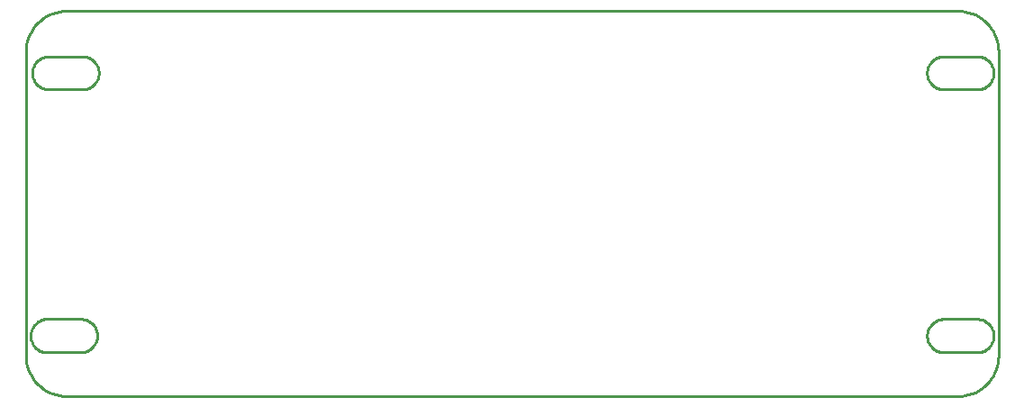
<source format=gbr>
G04 EAGLE Gerber RS-274X export*
G75*
%MOMM*%
%FSLAX34Y34*%
%LPD*%
%IN*%
%IPPOS*%
%AMOC8*
5,1,8,0,0,1.08239X$1,22.5*%
G01*
%ADD10C,0.254000*%


D10*
X6350Y12700D02*
X6495Y9379D01*
X6929Y6084D01*
X7648Y2839D01*
X8648Y-331D01*
X9920Y-3402D01*
X11454Y-6350D01*
X13240Y-9153D01*
X15264Y-11790D01*
X17509Y-14241D01*
X19960Y-16486D01*
X22597Y-18510D01*
X25400Y-20296D01*
X28348Y-21830D01*
X31419Y-23102D01*
X34589Y-24102D01*
X37834Y-24821D01*
X41129Y-25255D01*
X44450Y-25400D01*
X882650Y-25400D01*
X885971Y-25255D01*
X889266Y-24821D01*
X892511Y-24102D01*
X895681Y-23102D01*
X898752Y-21830D01*
X901700Y-20296D01*
X904503Y-18510D01*
X907140Y-16486D01*
X909591Y-14241D01*
X911836Y-11790D01*
X913860Y-9153D01*
X915646Y-6350D01*
X917180Y-3402D01*
X918452Y-331D01*
X919452Y2839D01*
X920171Y6084D01*
X920605Y9379D01*
X920750Y12700D01*
X920750Y298450D01*
X920605Y301771D01*
X920171Y305066D01*
X919452Y308311D01*
X918452Y311481D01*
X917180Y314552D01*
X915646Y317500D01*
X913860Y320303D01*
X911836Y322940D01*
X909591Y325391D01*
X907140Y327636D01*
X904503Y329660D01*
X901700Y331446D01*
X898752Y332980D01*
X895681Y334252D01*
X892511Y335252D01*
X889266Y335971D01*
X885971Y336405D01*
X882650Y336550D01*
X44450Y336550D01*
X41129Y336405D01*
X37834Y335971D01*
X34589Y335252D01*
X31419Y334252D01*
X28348Y332980D01*
X25400Y331446D01*
X22597Y329660D01*
X19960Y327636D01*
X17509Y325391D01*
X15264Y322940D01*
X13240Y320303D01*
X11454Y317500D01*
X9920Y314552D01*
X8648Y311481D01*
X7648Y308311D01*
X6929Y305066D01*
X6495Y301771D01*
X6350Y298450D01*
X6350Y12700D01*
X869306Y15635D02*
X900576Y15635D01*
X901939Y15695D01*
X903291Y15873D01*
X904623Y16168D01*
X905924Y16578D01*
X907184Y17100D01*
X908394Y17730D01*
X909544Y18463D01*
X910626Y19293D01*
X911632Y20214D01*
X912553Y21220D01*
X913383Y22302D01*
X914116Y23453D01*
X914746Y24662D01*
X915268Y25923D01*
X915678Y27223D01*
X915973Y28555D01*
X916152Y29907D01*
X916211Y31270D01*
X916152Y32633D01*
X915973Y33985D01*
X915678Y35317D01*
X915268Y36618D01*
X914746Y37878D01*
X914116Y39088D01*
X913383Y40238D01*
X912553Y41320D01*
X911632Y42326D01*
X910626Y43247D01*
X909544Y44077D01*
X908394Y44810D01*
X907184Y45440D01*
X905924Y45962D01*
X904623Y46372D01*
X903291Y46667D01*
X901939Y46846D01*
X900576Y46905D01*
X869306Y46905D01*
X867943Y46846D01*
X866591Y46667D01*
X865259Y46372D01*
X863959Y45962D01*
X862698Y45440D01*
X861489Y44810D01*
X860338Y44077D01*
X859256Y43247D01*
X858250Y42326D01*
X857329Y41320D01*
X856499Y40238D01*
X855766Y39088D01*
X855136Y37878D01*
X854614Y36618D01*
X854204Y35317D01*
X853909Y33985D01*
X853731Y32633D01*
X853671Y31270D01*
X853731Y29907D01*
X853909Y28555D01*
X854204Y27223D01*
X854614Y25923D01*
X855136Y24662D01*
X855766Y23453D01*
X856499Y22302D01*
X857329Y21220D01*
X858250Y20214D01*
X859256Y19293D01*
X860338Y18463D01*
X861489Y17730D01*
X862698Y17100D01*
X863959Y16578D01*
X865259Y16168D01*
X866591Y15873D01*
X867943Y15695D01*
X869306Y15635D01*
X869306Y262668D02*
X900576Y262668D01*
X901939Y262728D01*
X903291Y262906D01*
X904623Y263201D01*
X905924Y263611D01*
X907184Y264133D01*
X908394Y264763D01*
X909544Y265496D01*
X910626Y266326D01*
X911632Y267247D01*
X912553Y268253D01*
X913383Y269335D01*
X914116Y270486D01*
X914746Y271695D01*
X915268Y272956D01*
X915678Y274256D01*
X915973Y275588D01*
X916152Y276940D01*
X916211Y278303D01*
X916152Y279666D01*
X915973Y281018D01*
X915678Y282350D01*
X915268Y283651D01*
X914746Y284911D01*
X914116Y286121D01*
X913383Y287271D01*
X912553Y288353D01*
X911632Y289359D01*
X910626Y290280D01*
X909544Y291110D01*
X908394Y291843D01*
X907184Y292473D01*
X905924Y292995D01*
X904623Y293405D01*
X903291Y293700D01*
X901939Y293879D01*
X900576Y293938D01*
X869306Y293938D01*
X867943Y293879D01*
X866591Y293700D01*
X865259Y293405D01*
X863959Y292995D01*
X862698Y292473D01*
X861489Y291843D01*
X860338Y291110D01*
X859256Y290280D01*
X858250Y289359D01*
X857329Y288353D01*
X856499Y287271D01*
X855766Y286121D01*
X855136Y284911D01*
X854614Y283651D01*
X854204Y282350D01*
X853909Y281018D01*
X853731Y279666D01*
X853671Y278303D01*
X853731Y276940D01*
X853909Y275588D01*
X854204Y274256D01*
X854614Y272956D01*
X855136Y271695D01*
X855766Y270486D01*
X856499Y269335D01*
X857329Y268253D01*
X858250Y267247D01*
X859256Y266326D01*
X860338Y265496D01*
X861489Y264763D01*
X862698Y264133D01*
X863959Y263611D01*
X865259Y263201D01*
X866591Y262906D01*
X867943Y262728D01*
X869306Y262668D01*
X25016Y15635D02*
X56286Y15635D01*
X57655Y15558D01*
X59025Y15601D01*
X60386Y15763D01*
X61728Y16043D01*
X63040Y16439D01*
X64313Y16948D01*
X65537Y17566D01*
X66702Y18288D01*
X67800Y19109D01*
X68822Y20022D01*
X69760Y21021D01*
X70608Y22098D01*
X71359Y23245D01*
X72007Y24453D01*
X72547Y25713D01*
X72975Y27015D01*
X73289Y28350D01*
X73485Y29707D01*
X73561Y31075D01*
X73518Y32445D01*
X73356Y33806D01*
X73076Y35148D01*
X72680Y36461D01*
X72172Y37733D01*
X71554Y38957D01*
X70832Y40122D01*
X70011Y41220D01*
X69097Y42242D01*
X68098Y43181D01*
X67021Y44029D01*
X65874Y44779D01*
X64666Y45427D01*
X63406Y45968D01*
X62104Y46396D01*
X60770Y46709D01*
X59413Y46905D01*
X28143Y46905D01*
X26774Y46982D01*
X25404Y46939D01*
X24043Y46777D01*
X22701Y46497D01*
X21389Y46101D01*
X20116Y45592D01*
X18892Y44974D01*
X17727Y44252D01*
X16629Y43431D01*
X15607Y42518D01*
X14669Y41519D01*
X13821Y40442D01*
X13070Y39295D01*
X12422Y38087D01*
X11882Y36827D01*
X11454Y35525D01*
X11140Y34190D01*
X10945Y32834D01*
X10868Y31465D01*
X10911Y30095D01*
X11073Y28734D01*
X11353Y27392D01*
X11749Y26079D01*
X12257Y24807D01*
X12875Y23583D01*
X13597Y22418D01*
X14418Y21320D01*
X15332Y20298D01*
X16331Y19359D01*
X17408Y18511D01*
X18555Y17761D01*
X19763Y17113D01*
X21023Y16572D01*
X22325Y16144D01*
X23659Y15831D01*
X25016Y15635D01*
X28143Y262668D02*
X59413Y262668D01*
X60776Y262728D01*
X62128Y262906D01*
X63460Y263201D01*
X64761Y263611D01*
X66021Y264133D01*
X67231Y264763D01*
X68381Y265496D01*
X69463Y266326D01*
X70469Y267247D01*
X71390Y268253D01*
X72220Y269335D01*
X72953Y270486D01*
X73583Y271695D01*
X74105Y272956D01*
X74515Y274256D01*
X74810Y275588D01*
X74989Y276940D01*
X75048Y278303D01*
X74989Y279666D01*
X74810Y281018D01*
X74515Y282350D01*
X74105Y283651D01*
X73583Y284911D01*
X72953Y286121D01*
X72220Y287271D01*
X71390Y288353D01*
X70469Y289359D01*
X69463Y290280D01*
X68381Y291110D01*
X67231Y291843D01*
X66021Y292473D01*
X64761Y292995D01*
X63460Y293405D01*
X62128Y293700D01*
X60776Y293879D01*
X59413Y293938D01*
X28143Y293938D01*
X26780Y293879D01*
X25428Y293700D01*
X24096Y293405D01*
X22796Y292995D01*
X21535Y292473D01*
X20326Y291843D01*
X19175Y291110D01*
X18093Y290280D01*
X17087Y289359D01*
X16166Y288353D01*
X15336Y287271D01*
X14603Y286121D01*
X13973Y284911D01*
X13451Y283651D01*
X13041Y282350D01*
X12746Y281018D01*
X12568Y279666D01*
X12508Y278303D01*
X12568Y276940D01*
X12746Y275588D01*
X13041Y274256D01*
X13451Y272956D01*
X13973Y271695D01*
X14603Y270486D01*
X15336Y269335D01*
X16166Y268253D01*
X17087Y267247D01*
X18093Y266326D01*
X19175Y265496D01*
X20326Y264763D01*
X21535Y264133D01*
X22796Y263611D01*
X24096Y263201D01*
X25428Y262906D01*
X26780Y262728D01*
X28143Y262668D01*
M02*

</source>
